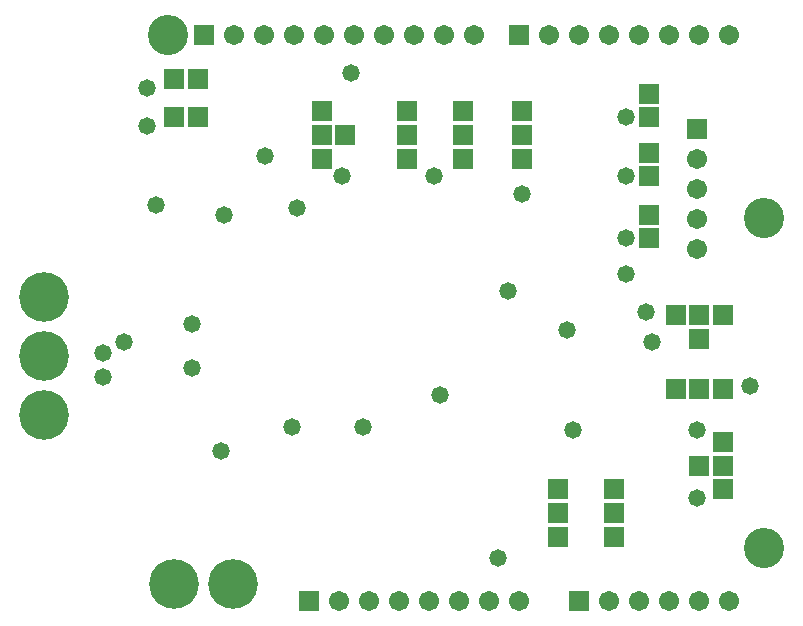
<source format=gbs>
G04*
G04 #@! TF.GenerationSoftware,Altium Limited,Altium Designer,18.0.7 (293)*
G04*
G04 Layer_Color=16711935*
%FSLAX25Y25*%
%MOIN*%
G70*
G01*
G75*
%ADD33C,0.16548*%
%ADD34C,0.06706*%
%ADD35R,0.06706X0.06706*%
%ADD36R,0.06706X0.06706*%
%ADD37C,0.13398*%
%ADD38C,0.05800*%
%ADD54R,0.06800X0.06800*%
%ADD55R,0.06800X0.06800*%
D33*
X80709Y15748D02*
D03*
X61024D02*
D03*
X17717Y111221D02*
D03*
Y91535D02*
D03*
Y71850D02*
D03*
D34*
X235236Y127480D02*
D03*
Y137480D02*
D03*
Y147480D02*
D03*
Y157480D02*
D03*
X115984Y10000D02*
D03*
X125984D02*
D03*
X135984D02*
D03*
X145984D02*
D03*
X155984D02*
D03*
X165984D02*
D03*
X175984D02*
D03*
X206063D02*
D03*
X216063D02*
D03*
X226063D02*
D03*
X236063D02*
D03*
X246063D02*
D03*
X91063Y198819D02*
D03*
X161063D02*
D03*
X151063D02*
D03*
X141063D02*
D03*
X131063D02*
D03*
X121063D02*
D03*
X111063D02*
D03*
X101063D02*
D03*
X81063D02*
D03*
X186063D02*
D03*
X196063D02*
D03*
X206063D02*
D03*
X216063D02*
D03*
X226063D02*
D03*
X236063D02*
D03*
X246063D02*
D03*
D35*
X235236Y167480D02*
D03*
D36*
X105984Y10000D02*
D03*
X196063D02*
D03*
X71063Y198819D02*
D03*
X176063D02*
D03*
D37*
X257874Y137795D02*
D03*
Y27559D02*
D03*
X59055Y198819D02*
D03*
D38*
X102000Y141000D02*
D03*
X66929Y102362D02*
D03*
X191929Y100394D02*
D03*
X44291Y96457D02*
D03*
X149606Y78740D02*
D03*
X169187Y24403D02*
D03*
X193898Y66929D02*
D03*
X91535Y158465D02*
D03*
X77756Y138779D02*
D03*
X37402Y92520D02*
D03*
X177165Y145669D02*
D03*
X67175Y87598D02*
D03*
X76772Y60073D02*
D03*
X55000Y142000D02*
D03*
X52165Y168307D02*
D03*
Y181102D02*
D03*
X172244Y113189D02*
D03*
X117126Y151575D02*
D03*
X235236Y66929D02*
D03*
X220472Y96457D02*
D03*
X120079Y186024D02*
D03*
X235236Y44291D02*
D03*
X218504Y106299D02*
D03*
X252953Y81693D02*
D03*
X211614Y119095D02*
D03*
X124016Y67913D02*
D03*
X100394D02*
D03*
X37402Y84646D02*
D03*
X147638Y151575D02*
D03*
X211614Y130905D02*
D03*
Y151575D02*
D03*
Y171260D02*
D03*
D54*
X207677Y47244D02*
D03*
X207776Y39469D02*
D03*
X207677Y31496D02*
D03*
X188976Y47244D02*
D03*
X189075Y39468D02*
D03*
X188976Y31496D02*
D03*
X157480Y157480D02*
D03*
X157382Y165256D02*
D03*
X157480Y173228D02*
D03*
X138779Y157480D02*
D03*
X138681Y165256D02*
D03*
X138779Y173228D02*
D03*
X177165Y157480D02*
D03*
X177067Y165256D02*
D03*
X177165Y173228D02*
D03*
X110236Y173228D02*
D03*
Y165354D02*
D03*
Y157480D02*
D03*
X118110Y165354D02*
D03*
X244094Y47244D02*
D03*
Y55118D02*
D03*
Y62992D02*
D03*
X236221Y55118D02*
D03*
X219488Y138779D02*
D03*
Y130905D02*
D03*
X219488Y159449D02*
D03*
Y151575D02*
D03*
X219488Y179134D02*
D03*
Y171260D02*
D03*
D55*
X228346Y80709D02*
D03*
X236122Y80807D02*
D03*
X244094Y80709D02*
D03*
X244094Y105315D02*
D03*
X236221D02*
D03*
X228346D02*
D03*
X236221Y97441D02*
D03*
X68898Y184055D02*
D03*
X61024D02*
D03*
X68898Y171260D02*
D03*
X61024D02*
D03*
M02*

</source>
